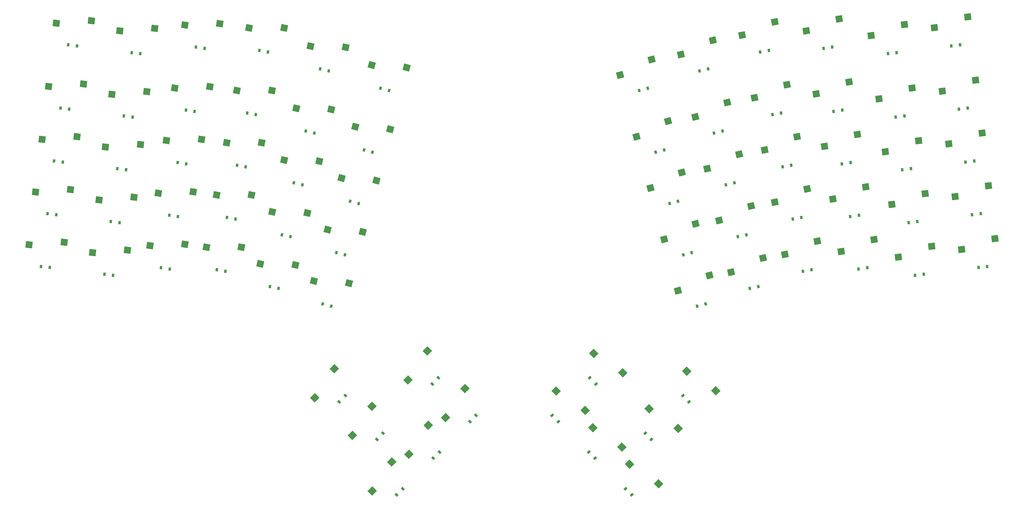
<source format=gbr>
%TF.GenerationSoftware,KiCad,Pcbnew,8.0.6*%
%TF.CreationDate,2024-12-18T16:48:01-08:00*%
%TF.ProjectId,gundamBowtie,67756e64-616d-4426-9f77-7469652e6b69,v1.0.0*%
%TF.SameCoordinates,Original*%
%TF.FileFunction,Paste,Bot*%
%TF.FilePolarity,Positive*%
%FSLAX46Y46*%
G04 Gerber Fmt 4.6, Leading zero omitted, Abs format (unit mm)*
G04 Created by KiCad (PCBNEW 8.0.6) date 2024-12-18 16:48:01*
%MOMM*%
%LPD*%
G01*
G04 APERTURE LIST*
G04 Aperture macros list*
%AMRotRect*
0 Rectangle, with rotation*
0 The origin of the aperture is its center*
0 $1 length*
0 $2 width*
0 $3 Rotation angle, in degrees counterclockwise*
0 Add horizontal line*
21,1,$1,$2,0,0,$3*%
G04 Aperture macros list end*
%ADD10RotRect,0.900000X1.200000X45.000000*%
%ADD11RotRect,2.550000X2.500000X11.000000*%
%ADD12RotRect,2.550000X2.500000X15.000000*%
%ADD13RotRect,0.900000X1.200000X315.000000*%
%ADD14RotRect,0.900000X1.200000X353.000000*%
%ADD15RotRect,0.900000X1.200000X351.000000*%
%ADD16RotRect,2.550000X2.500000X351.000000*%
%ADD17RotRect,0.900000X1.200000X349.000000*%
%ADD18RotRect,0.900000X1.200000X11.000000*%
%ADD19RotRect,2.550000X2.500000X345.000000*%
%ADD20RotRect,2.550000X2.500000X7.000000*%
%ADD21RotRect,2.550000X2.500000X353.000000*%
%ADD22RotRect,0.900000X1.200000X345.000000*%
%ADD23RotRect,0.900000X1.200000X7.000000*%
%ADD24RotRect,2.550000X2.500000X9.000000*%
%ADD25RotRect,0.900000X1.200000X13.000000*%
%ADD26RotRect,2.550000X2.500000X315.000000*%
%ADD27RotRect,2.550000X2.500000X13.000000*%
%ADD28RotRect,2.550000X2.500000X349.000000*%
%ADD29RotRect,2.550000X2.500000X45.000000*%
%ADD30RotRect,2.550000X2.500000X347.000000*%
%ADD31RotRect,0.900000X1.200000X9.000000*%
%ADD32RotRect,0.900000X1.200000X15.000000*%
%ADD33RotRect,0.900000X1.200000X347.000000*%
G04 APERTURE END LIST*
D10*
%TO.C,D34*%
X163710795Y-231530634D03*
X166044247Y-229197180D03*
%TD*%
D11*
%TO.C,S52*%
X309719945Y-141062916D03*
X321924777Y-136102991D03*
%TD*%
D12*
%TO.C,S66*%
X247768609Y-73580650D03*
X259597731Y-67781436D03*
%TD*%
D13*
%TO.C,D71*%
X236005489Y-215408614D03*
X238338943Y-217742066D03*
%TD*%
D14*
%TO.C,D8*%
X58721230Y-108851702D03*
X61996636Y-109253870D03*
%TD*%
D15*
%TO.C,D12*%
X78263140Y-126314988D03*
X81522500Y-126831226D03*
%TD*%
D16*
%TO.C,S12*%
X74074563Y-118017569D03*
X87239760Y-117531067D03*
%TD*%
D17*
%TO.C,D18*%
X103737517Y-107532561D03*
X106976883Y-108162241D03*
%TD*%
D18*
%TO.C,D55*%
X305045250Y-88529673D03*
X308284622Y-87900005D03*
%TD*%
D19*
%TO.C,S27*%
X137818086Y-131732383D03*
X150962004Y-132624690D03*
%TD*%
D20*
%TO.C,S46*%
X342166045Y-58760390D03*
X354687137Y-54663919D03*
%TD*%
D19*
%TO.C,S28*%
X142994478Y-112413872D03*
X156138396Y-113306179D03*
%TD*%
D21*
%TO.C,S2*%
X27987149Y-117631633D03*
X41127340Y-116685973D03*
%TD*%
D22*
%TO.C,D28*%
X146292772Y-121103624D03*
X149480322Y-121957746D03*
%TD*%
D23*
%TO.C,D39*%
X377662735Y-106329028D03*
X380938155Y-105926862D03*
%TD*%
D16*
%TO.C,S11*%
X70945900Y-137771388D03*
X84111097Y-137284886D03*
%TD*%
D14*
%TO.C,D4*%
X37337497Y-86075918D03*
X40612903Y-86478086D03*
%TD*%
D24*
%TO.C,S47*%
X330896870Y-139988022D03*
X343267362Y-135457063D03*
%TD*%
D20*
%TO.C,S45*%
X345090901Y-82581523D03*
X357611993Y-78485052D03*
%TD*%
D10*
%TO.C,D36*%
X191287998Y-203953498D03*
X193621450Y-201620044D03*
%TD*%
D25*
%TO.C,D58*%
X292040319Y-134421013D03*
X295255741Y-133678677D03*
%TD*%
D14*
%TO.C,D10*%
X64083495Y-65179656D03*
X67358901Y-65581824D03*
%TD*%
D26*
%TO.C,S72*%
X223705348Y-192445338D03*
X234642177Y-199790060D03*
%TD*%
D19*
%TO.C,S30*%
X154382511Y-69913117D03*
X167526429Y-70805424D03*
%TD*%
D21*
%TO.C,S7*%
X51808279Y-120556435D03*
X64948470Y-119610775D03*
%TD*%
D23*
%TO.C,D41*%
X372300496Y-62656971D03*
X375575916Y-62254805D03*
%TD*%
D16*
%TO.C,S15*%
X84086354Y-54805535D03*
X97251551Y-54319033D03*
%TD*%
D27*
%TO.C,S59*%
X280549453Y-108809460D03*
X292573745Y-103426618D03*
%TD*%
D23*
%TO.C,D42*%
X358716396Y-148955711D03*
X361991816Y-148553545D03*
%TD*%
D28*
%TO.C,S16*%
X92208671Y-138359147D03*
X105382821Y-138332400D03*
%TD*%
D14*
%TO.C,D2*%
X32462730Y-125777765D03*
X35738136Y-126179933D03*
%TD*%
D18*
%TO.C,D52*%
X316493796Y-147427302D03*
X319733168Y-146797634D03*
%TD*%
D13*
%TO.C,D68*%
X271360805Y-194195413D03*
X273694259Y-196528865D03*
%TD*%
D29*
%TO.C,S32*%
X132969332Y-195040406D03*
X140314054Y-184103577D03*
%TD*%
D22*
%TO.C,D30*%
X157680807Y-78602923D03*
X160868357Y-79457045D03*
%TD*%
D23*
%TO.C,D40*%
X375225384Y-86478065D03*
X378500804Y-86075899D03*
%TD*%
%TO.C,D43*%
X356279034Y-129104820D03*
X359554454Y-128702654D03*
%TD*%
D14*
%TO.C,D1*%
X30025337Y-145628662D03*
X33300743Y-146030830D03*
%TD*%
D11*
%TO.C,S53*%
X305903779Y-121430365D03*
X318108611Y-116470440D03*
%TD*%
D24*
%TO.C,S51*%
X317756384Y-57022247D03*
X330126876Y-52491288D03*
%TD*%
D30*
%TO.C,S25*%
X131379927Y-62749619D03*
X144546988Y-63182654D03*
%TD*%
D23*
%TO.C,D45*%
X351404258Y-89402925D03*
X354679678Y-89000759D03*
%TD*%
D26*
%TO.C,S67*%
X258707146Y-199162835D03*
X269643975Y-206507557D03*
%TD*%
D23*
%TO.C,D38*%
X380100160Y-126179925D03*
X383375580Y-125777759D03*
%TD*%
D30*
%TO.C,S22*%
X116982984Y-125109331D03*
X130150045Y-125542366D03*
%TD*%
D31*
%TO.C,D51*%
X324303976Y-63619136D03*
X327563350Y-63102904D03*
%TD*%
D32*
%TO.C,D63*%
X271534367Y-141276255D03*
X274721921Y-140422153D03*
%TD*%
D11*
%TO.C,S56*%
X293692014Y-58606234D03*
X305896846Y-53646309D03*
%TD*%
D33*
%TO.C,D22*%
X120582580Y-133678668D03*
X123798018Y-134421016D03*
%TD*%
D30*
%TO.C,S23*%
X121482027Y-105621936D03*
X134649088Y-106054971D03*
%TD*%
D24*
%TO.C,S50*%
X321510819Y-80726764D03*
X333881311Y-76195805D03*
%TD*%
D11*
%TO.C,S54*%
X302087586Y-101797767D03*
X314292418Y-96837842D03*
%TD*%
D12*
%TO.C,S63*%
X264333053Y-135399845D03*
X276162175Y-129600631D03*
%TD*%
D25*
%TO.C,D60*%
X283042263Y-95446206D03*
X286257685Y-94703870D03*
%TD*%
D13*
%TO.C,D69*%
X236359048Y-187477894D03*
X238692502Y-189811346D03*
%TD*%
D12*
%TO.C,S62*%
X269509429Y-154718382D03*
X281338551Y-148919168D03*
%TD*%
D22*
%TO.C,D29*%
X151469113Y-101785115D03*
X154656663Y-102639237D03*
%TD*%
D27*
%TO.C,S57*%
X289547485Y-147784286D03*
X301571777Y-142401444D03*
%TD*%
D13*
%TO.C,D67*%
X257218664Y-208337573D03*
X259552118Y-210671025D03*
%TD*%
D20*
%TO.C,S42*%
X352403018Y-142134282D03*
X364924110Y-138037811D03*
%TD*%
D26*
%TO.C,S69*%
X237847450Y-178303211D03*
X248784279Y-185647933D03*
%TD*%
D20*
%TO.C,S43*%
X349965651Y-122283325D03*
X362486743Y-118186854D03*
%TD*%
D21*
%TO.C,S5*%
X48926972Y-53162991D03*
X35786781Y-54108651D03*
%TD*%
D27*
%TO.C,S58*%
X285048447Y-128296885D03*
X297072739Y-122914043D03*
%TD*%
D10*
%TO.C,D31*%
X156286146Y-210671014D03*
X158619598Y-208337560D03*
%TD*%
D22*
%TO.C,D27*%
X141116414Y-140422177D03*
X144303964Y-141276299D03*
%TD*%
D19*
%TO.C,S29*%
X148170836Y-93095348D03*
X161314754Y-93987655D03*
%TD*%
D24*
%TO.C,S49*%
X324639480Y-100480536D03*
X337009972Y-95949577D03*
%TD*%
D25*
%TO.C,D61*%
X277643446Y-72061357D03*
X280858868Y-71319021D03*
%TD*%
D28*
%TO.C,S19*%
X103657234Y-79461494D03*
X116831384Y-79434747D03*
%TD*%
D15*
%TO.C,D11*%
X75134465Y-146068738D03*
X78393825Y-146584976D03*
%TD*%
D29*
%TO.C,S35*%
X168324634Y-216253636D03*
X175669356Y-205316807D03*
%TD*%
D13*
%TO.C,D72*%
X222216870Y-201620045D03*
X224550324Y-203953497D03*
%TD*%
D20*
%TO.C,S38*%
X373786747Y-119358490D03*
X386307839Y-115262019D03*
%TD*%
D23*
%TO.C,D37*%
X382537523Y-146030843D03*
X385812943Y-145628677D03*
%TD*%
D30*
%TO.C,S24*%
X125981059Y-86134529D03*
X139148120Y-86567564D03*
%TD*%
D20*
%TO.C,S39*%
X371349405Y-99507588D03*
X383870497Y-95411117D03*
%TD*%
D12*
%TO.C,S65*%
X253980238Y-96762845D03*
X265809360Y-90963631D03*
%TD*%
D32*
%TO.C,D62*%
X276710708Y-160594789D03*
X279898262Y-159740687D03*
%TD*%
D31*
%TO.C,D49*%
X331187091Y-107077440D03*
X334446465Y-106561208D03*
%TD*%
D15*
%TO.C,D15*%
X88274986Y-63102939D03*
X91534346Y-63619177D03*
%TD*%
D29*
%TO.C,S34*%
X154536065Y-230042201D03*
X161880787Y-219105372D03*
%TD*%
D21*
%TO.C,S6*%
X49370872Y-140407423D03*
X62511063Y-139461763D03*
%TD*%
%TO.C,S3*%
X30424524Y-97780682D03*
X43564715Y-96835022D03*
%TD*%
%TO.C,S10*%
X59607904Y-57033506D03*
X72748095Y-56087846D03*
%TD*%
D17*
%TO.C,D16*%
X96105138Y-146797660D03*
X99344504Y-147427340D03*
%TD*%
D20*
%TO.C,S40*%
X368912000Y-79656631D03*
X381433092Y-75560160D03*
%TD*%
D31*
%TO.C,D48*%
X334315777Y-126831225D03*
X337575151Y-126314993D03*
%TD*%
D32*
%TO.C,D66*%
X254969965Y-79457031D03*
X258157519Y-78602929D03*
%TD*%
D28*
%TO.C,S17*%
X96024840Y-118726562D03*
X109198990Y-118699815D03*
%TD*%
D16*
%TO.C,S14*%
X80331938Y-78510037D03*
X93497135Y-78023535D03*
%TD*%
%TO.C,S13*%
X77203293Y-98263829D03*
X90368490Y-97777327D03*
%TD*%
D25*
%TO.C,D59*%
X287541306Y-114933612D03*
X290756728Y-114191276D03*
%TD*%
D28*
%TO.C,S20*%
X108236646Y-55902445D03*
X121410796Y-55875698D03*
%TD*%
D18*
%TO.C,D56*%
X300465852Y-64970617D03*
X303705224Y-64340949D03*
%TD*%
D26*
%TO.C,S71*%
X237493936Y-206233903D03*
X248430765Y-213578625D03*
%TD*%
D29*
%TO.C,S36*%
X182113228Y-202465034D03*
X189457950Y-191528205D03*
%TD*%
D18*
%TO.C,D54*%
X308861428Y-108162207D03*
X312100800Y-107532539D03*
%TD*%
D10*
%TO.C,D33*%
X177145800Y-189811338D03*
X179479252Y-187477884D03*
%TD*%
D27*
%TO.C,S61*%
X270651643Y-65937176D03*
X282675935Y-60554334D03*
%TD*%
D33*
%TO.C,D23*%
X125081600Y-114191264D03*
X128297038Y-114933612D03*
%TD*%
D29*
%TO.C,S33*%
X167971101Y-188322917D03*
X175315823Y-177386088D03*
%TD*%
D17*
%TO.C,D17*%
X99921349Y-127165097D03*
X103160715Y-127794777D03*
%TD*%
D26*
%TO.C,S68*%
X272849259Y-185020718D03*
X283786088Y-192365440D03*
%TD*%
D22*
%TO.C,D26*%
X135940028Y-159740679D03*
X139127578Y-160594801D03*
%TD*%
D11*
%TO.C,S55*%
X298271401Y-82165273D03*
X310476233Y-77205348D03*
%TD*%
D31*
%TO.C,D50*%
X328058411Y-87323717D03*
X331317785Y-86807485D03*
%TD*%
D18*
%TO.C,D53*%
X312677566Y-127794762D03*
X315916938Y-127165094D03*
%TD*%
D20*
%TO.C,S44*%
X347528297Y-102432446D03*
X360049389Y-98335975D03*
%TD*%
D10*
%TO.C,D32*%
X142144027Y-196528868D03*
X144477479Y-194195414D03*
%TD*%
D32*
%TO.C,D64*%
X266357935Y-121957708D03*
X269545489Y-121103606D03*
%TD*%
D25*
%TO.C,D57*%
X296539310Y-153908381D03*
X299754732Y-153166045D03*
%TD*%
D15*
%TO.C,D13*%
X81391836Y-106561240D03*
X84651196Y-107077478D03*
%TD*%
D23*
%TO.C,D44*%
X353841668Y-109253868D03*
X357117088Y-108851702D03*
%TD*%
D33*
%TO.C,D25*%
X134979422Y-71318980D03*
X138194860Y-72061328D03*
%TD*%
D26*
%TO.C,S70*%
X251282516Y-220022491D03*
X262219345Y-227367213D03*
%TD*%
D19*
%TO.C,S26*%
X132641731Y-151050898D03*
X145785649Y-151943205D03*
%TD*%
D12*
%TO.C,S64*%
X259156665Y-116081353D03*
X270985787Y-110282139D03*
%TD*%
D10*
%TO.C,D35*%
X177499384Y-217742048D03*
X179832836Y-215408594D03*
%TD*%
D14*
%TO.C,D7*%
X56283839Y-128702629D03*
X59559245Y-129104797D03*
%TD*%
D21*
%TO.C,S4*%
X32861944Y-77929762D03*
X46002135Y-76984102D03*
%TD*%
D29*
%TO.C,S31*%
X147111468Y-209182574D03*
X154456190Y-198245745D03*
%TD*%
D14*
%TO.C,D9*%
X61158605Y-89000800D03*
X64434011Y-89402968D03*
%TD*%
D21*
%TO.C,S8*%
X54245614Y-100705571D03*
X67385805Y-99759911D03*
%TD*%
D23*
%TO.C,D46*%
X348479373Y-65581855D03*
X351754793Y-65179689D03*
%TD*%
D27*
%TO.C,S60*%
X276050437Y-89322073D03*
X288074729Y-83939231D03*
%TD*%
D14*
%TO.C,D5*%
X40262358Y-62254798D03*
X43537764Y-62656966D03*
%TD*%
%TO.C,D6*%
X53846443Y-148553558D03*
X57121849Y-148955726D03*
%TD*%
D28*
%TO.C,S18*%
X99841060Y-99094013D03*
X113015210Y-99067266D03*
%TD*%
D31*
%TO.C,D47*%
X337444459Y-146584991D03*
X340703833Y-146068759D03*
%TD*%
D20*
%TO.C,S37*%
X376224141Y-139209413D03*
X388745233Y-135112942D03*
%TD*%
D21*
%TO.C,S1*%
X25549800Y-137482533D03*
X38689991Y-136536873D03*
%TD*%
D14*
%TO.C,D3*%
X34900136Y-105926860D03*
X38175542Y-106329028D03*
%TD*%
D15*
%TO.C,D14*%
X84520553Y-86807466D03*
X87779913Y-87323704D03*
%TD*%
D13*
%TO.C,D70*%
X249794042Y-229197194D03*
X252127496Y-231530646D03*
%TD*%
D33*
%TO.C,D24*%
X129580601Y-94703866D03*
X132796039Y-95446214D03*
%TD*%
%TO.C,D21*%
X116083496Y-153166051D03*
X119298934Y-153908399D03*
%TD*%
D17*
%TO.C,D20*%
X112133110Y-64340934D03*
X115372476Y-64970614D03*
%TD*%
D20*
%TO.C,S41*%
X365987136Y-55835535D03*
X378508228Y-51739064D03*
%TD*%
D32*
%TO.C,D65*%
X261181539Y-102639236D03*
X264369093Y-101785134D03*
%TD*%
D30*
%TO.C,S21*%
X112483980Y-144596733D03*
X125651041Y-145029768D03*
%TD*%
D21*
%TO.C,S9*%
X56683021Y-80854624D03*
X69823212Y-79908964D03*
%TD*%
D17*
%TO.C,D19*%
X107553693Y-87899981D03*
X110793059Y-88529661D03*
%TD*%
D24*
%TO.C,S48*%
X327768192Y-120234261D03*
X340138684Y-115703302D03*
%TD*%
M02*

</source>
